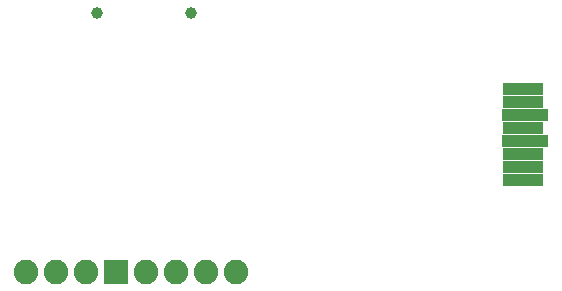
<source format=gbr>
%TF.GenerationSoftware,KiCad,Pcbnew,7.0.9*%
%TF.CreationDate,2023-12-03T03:50:30-05:00*%
%TF.ProjectId,SparkFun_MicroSD_Sniffer_v10,53706172-6b46-4756-9e5f-4d6963726f53,rev?*%
%TF.SameCoordinates,Original*%
%TF.FileFunction,Soldermask,Bot*%
%TF.FilePolarity,Negative*%
%FSLAX46Y46*%
G04 Gerber Fmt 4.6, Leading zero omitted, Abs format (unit mm)*
G04 Created by KiCad (PCBNEW 7.0.9) date 2023-12-03 03:50:30*
%MOMM*%
%LPD*%
G01*
G04 APERTURE LIST*
G04 Aperture macros list*
%AMRoundRect*
0 Rectangle with rounded corners*
0 $1 Rounding radius*
0 $2 $3 $4 $5 $6 $7 $8 $9 X,Y pos of 4 corners*
0 Add a 4 corners polygon primitive as box body*
4,1,4,$2,$3,$4,$5,$6,$7,$8,$9,$2,$3,0*
0 Add four circle primitives for the rounded corners*
1,1,$1+$1,$2,$3*
1,1,$1+$1,$4,$5*
1,1,$1+$1,$6,$7*
1,1,$1+$1,$8,$9*
0 Add four rect primitives between the rounded corners*
20,1,$1+$1,$2,$3,$4,$5,0*
20,1,$1+$1,$4,$5,$6,$7,0*
20,1,$1+$1,$6,$7,$8,$9,0*
20,1,$1+$1,$8,$9,$2,$3,0*%
G04 Aperture macros list end*
%ADD10RoundRect,0.101600X1.625000X-0.425000X1.625000X0.425000X-1.625000X0.425000X-1.625000X-0.425000X0*%
%ADD11RoundRect,0.101600X-1.875000X0.425000X-1.875000X-0.425000X1.875000X-0.425000X1.875000X0.425000X0*%
%ADD12RoundRect,0.101600X1.875000X-0.425000X1.875000X0.425000X-1.875000X0.425000X-1.875000X-0.425000X0*%
%ADD13C,2.082800*%
%ADD14RoundRect,0.101600X0.939800X-0.939800X0.939800X0.939800X-0.939800X0.939800X-0.939800X-0.939800X0*%
%ADD15C,1.000000*%
G04 APERTURE END LIST*
D10*
%TO.C,U1*%
X169696100Y-108514200D03*
X169696100Y-105214200D03*
X169696100Y-107414200D03*
X169696100Y-103014200D03*
X169696100Y-101914200D03*
X169696100Y-109614200D03*
D11*
X169896100Y-104114200D03*
D12*
X169896100Y-106314200D03*
%TD*%
D13*
%TO.C,JP1*%
X127596900Y-117398800D03*
X130136900Y-117398800D03*
X132676900Y-117398800D03*
D14*
X135216900Y-117398800D03*
D13*
X137756900Y-117398800D03*
X140296900Y-117398800D03*
X142836900Y-117398800D03*
X145376900Y-117398800D03*
%TD*%
D15*
%TO.C,Card1*%
X141610000Y-95450000D03*
X133610000Y-95450000D03*
%TD*%
M02*

</source>
